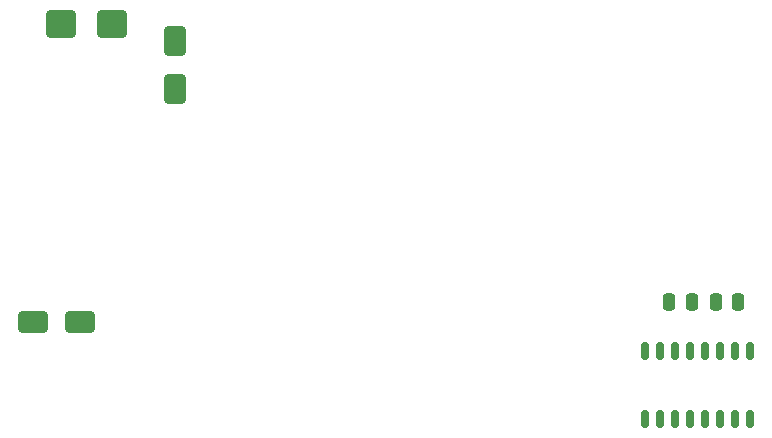
<source format=gbr>
%TF.GenerationSoftware,KiCad,Pcbnew,9.0.4*%
%TF.CreationDate,2025-09-02T22:33:32-03:00*%
%TF.ProjectId,sillion,73696c6c-696f-46e2-9e6b-696361645f70,rev?*%
%TF.SameCoordinates,Original*%
%TF.FileFunction,Paste,Top*%
%TF.FilePolarity,Positive*%
%FSLAX46Y46*%
G04 Gerber Fmt 4.6, Leading zero omitted, Abs format (unit mm)*
G04 Created by KiCad (PCBNEW 9.0.4) date 2025-09-02 22:33:32*
%MOMM*%
%LPD*%
G01*
G04 APERTURE LIST*
G04 Aperture macros list*
%AMRoundRect*
0 Rectangle with rounded corners*
0 $1 Rounding radius*
0 $2 $3 $4 $5 $6 $7 $8 $9 X,Y pos of 4 corners*
0 Add a 4 corners polygon primitive as box body*
4,1,4,$2,$3,$4,$5,$6,$7,$8,$9,$2,$3,0*
0 Add four circle primitives for the rounded corners*
1,1,$1+$1,$2,$3*
1,1,$1+$1,$4,$5*
1,1,$1+$1,$6,$7*
1,1,$1+$1,$8,$9*
0 Add four rect primitives between the rounded corners*
20,1,$1+$1,$2,$3,$4,$5,0*
20,1,$1+$1,$4,$5,$6,$7,0*
20,1,$1+$1,$6,$7,$8,$9,0*
20,1,$1+$1,$8,$9,$2,$3,0*%
G04 Aperture macros list end*
%ADD10RoundRect,0.250000X0.250000X0.475000X-0.250000X0.475000X-0.250000X-0.475000X0.250000X-0.475000X0*%
%ADD11RoundRect,0.162500X-0.162500X0.575000X-0.162500X-0.575000X0.162500X-0.575000X0.162500X0.575000X0*%
%ADD12RoundRect,0.250000X1.000000X0.900000X-1.000000X0.900000X-1.000000X-0.900000X1.000000X-0.900000X0*%
%ADD13RoundRect,0.250000X1.000000X0.650000X-1.000000X0.650000X-1.000000X-0.650000X1.000000X-0.650000X0*%
%ADD14RoundRect,0.250000X-0.650000X1.000000X-0.650000X-1.000000X0.650000X-1.000000X0.650000X1.000000X0*%
G04 APERTURE END LIST*
D10*
%TO.C,C11*%
X157691200Y-54102000D03*
X155791200Y-54102000D03*
%TD*%
%TO.C,C10*%
X153741200Y-54102000D03*
X151841200Y-54102000D03*
%TD*%
D11*
%TO.C,U3*%
X158686200Y-58239500D03*
X157416200Y-58239500D03*
X156146200Y-58239500D03*
X154876200Y-58239500D03*
X153606200Y-58239500D03*
X152336200Y-58239500D03*
X151066200Y-58239500D03*
X149796200Y-58239500D03*
X149796200Y-63964500D03*
X151066200Y-63964500D03*
X152336200Y-63964500D03*
X153606200Y-63964500D03*
X154876200Y-63964500D03*
X156146200Y-63964500D03*
X157416200Y-63964500D03*
X158686200Y-63964500D03*
%TD*%
D12*
%TO.C,D2*%
X100350000Y-30500000D03*
X104650000Y-30500000D03*
%TD*%
D13*
%TO.C,D6*%
X102000000Y-55735000D03*
X98000000Y-55735000D03*
%TD*%
D14*
%TO.C,D4*%
X110000000Y-32000000D03*
X110000000Y-36000000D03*
%TD*%
M02*

</source>
